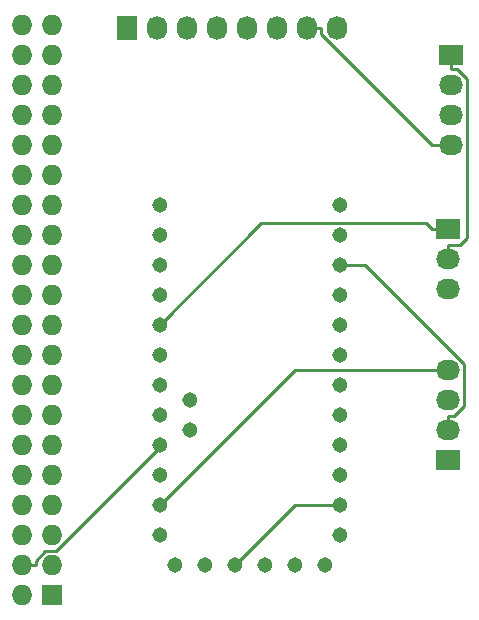
<source format=gbr>
G04 #@! TF.FileFunction,Copper,L2,Bot,Signal*
%FSLAX46Y46*%
G04 Gerber Fmt 4.6, Leading zero omitted, Abs format (unit mm)*
G04 Created by KiCad (PCBNEW 4.0.2-2.fc24-product) date Thu 11 Aug 2016 11:34:58 NZST*
%MOMM*%
G01*
G04 APERTURE LIST*
%ADD10C,0.100000*%
%ADD11R,2.032000X1.727200*%
%ADD12O,2.032000X1.727200*%
%ADD13R,1.727200X1.727200*%
%ADD14O,1.727200X1.727200*%
%ADD15R,1.727200X2.032000*%
%ADD16O,1.727200X2.032000*%
%ADD17C,1.305560*%
%ADD18C,0.250000*%
G04 APERTURE END LIST*
D10*
D11*
X133096000Y-97028000D03*
D12*
X133096000Y-99568000D03*
X133096000Y-102108000D03*
D11*
X133096000Y-116586000D03*
D12*
X133096000Y-114046000D03*
X133096000Y-111506000D03*
X133096000Y-108966000D03*
D11*
X133350000Y-82296000D03*
D12*
X133350000Y-84836000D03*
X133350000Y-87376000D03*
X133350000Y-89916000D03*
D13*
X99568000Y-128016000D03*
D14*
X97028000Y-128016000D03*
X99568000Y-125476000D03*
X97028000Y-125476000D03*
X99568000Y-122936000D03*
X97028000Y-122936000D03*
X99568000Y-120396000D03*
X97028000Y-120396000D03*
X99568000Y-117856000D03*
X97028000Y-117856000D03*
X99568000Y-115316000D03*
X97028000Y-115316000D03*
X99568000Y-112776000D03*
X97028000Y-112776000D03*
X99568000Y-110236000D03*
X97028000Y-110236000D03*
X99568000Y-107696000D03*
X97028000Y-107696000D03*
X99568000Y-105156000D03*
X97028000Y-105156000D03*
X99568000Y-102616000D03*
X97028000Y-102616000D03*
X99568000Y-100076000D03*
X97028000Y-100076000D03*
X99568000Y-97536000D03*
X97028000Y-97536000D03*
X99568000Y-94996000D03*
X97028000Y-94996000D03*
X99568000Y-92456000D03*
X97028000Y-92456000D03*
X99568000Y-89916000D03*
X97028000Y-89916000D03*
X99568000Y-87376000D03*
X97028000Y-87376000D03*
X99568000Y-84836000D03*
X97028000Y-84836000D03*
X99568000Y-82296000D03*
X97028000Y-82296000D03*
X99568000Y-79756000D03*
X97028000Y-79756000D03*
D15*
X105918000Y-80010000D03*
D16*
X108458000Y-80010000D03*
X110998000Y-80010000D03*
X113538000Y-80010000D03*
X116078000Y-80010000D03*
X118618000Y-80010000D03*
X121158000Y-80010000D03*
X123698000Y-80010000D03*
D17*
X108712000Y-105156000D03*
X108712000Y-107696000D03*
X108712000Y-110236000D03*
X108712000Y-112776000D03*
X111252000Y-111506000D03*
X111252000Y-114046000D03*
X122682000Y-125476000D03*
X123952000Y-112776000D03*
X123952000Y-110236000D03*
X123952000Y-107696000D03*
X123952000Y-105156000D03*
X123952000Y-102616000D03*
X123952000Y-100076000D03*
X123952000Y-97536000D03*
X123952000Y-94996000D03*
X108712000Y-94996000D03*
X108712000Y-97536000D03*
X108712000Y-100076000D03*
X108712000Y-102616000D03*
X108712000Y-120396000D03*
X123952000Y-115316000D03*
X120142000Y-125476000D03*
X109982000Y-125476000D03*
X108712000Y-122936000D03*
X108712000Y-117856000D03*
X123952000Y-117856000D03*
X123952000Y-120396000D03*
X115062000Y-125476000D03*
X123952000Y-122936000D03*
X112522000Y-125476000D03*
X108712000Y-115316000D03*
X117602000Y-125476000D03*
D18*
X117316000Y-96551700D02*
X108712000Y-105156000D01*
X131278000Y-96551700D02*
X117316000Y-96551700D01*
X131755000Y-97028000D02*
X131278000Y-96551700D01*
X133096000Y-97028000D02*
X131755000Y-97028000D01*
X126097000Y-100076000D02*
X123952000Y-100076000D01*
X134447000Y-108426000D02*
X126097000Y-100076000D01*
X134447000Y-112026000D02*
X134447000Y-108426000D01*
X133616000Y-112857000D02*
X134447000Y-112026000D01*
X133096000Y-112857000D02*
X133616000Y-112857000D01*
X133096000Y-114046000D02*
X133096000Y-112857000D01*
X131733000Y-89916000D02*
X133350000Y-89916000D01*
X122347000Y-80530100D02*
X131733000Y-89916000D01*
X122347000Y-80010000D02*
X122347000Y-80530100D01*
X121158000Y-80010000D02*
X122347000Y-80010000D01*
X120142000Y-108966000D02*
X133096000Y-108966000D01*
X108712000Y-120396000D02*
X120142000Y-108966000D01*
X133096000Y-98379100D02*
X133096000Y-99568000D01*
X134136000Y-98379100D02*
X133096000Y-98379100D01*
X134701000Y-97814400D02*
X134136000Y-98379100D01*
X134701000Y-84315800D02*
X134701000Y-97814400D01*
X133870000Y-83484900D02*
X134701000Y-84315800D01*
X133350000Y-83484900D02*
X133870000Y-83484900D01*
X133350000Y-82296000D02*
X133350000Y-83484900D01*
X108712000Y-115500000D02*
X108712000Y-115316000D01*
X99925000Y-124287000D02*
X108712000Y-115500000D01*
X99034200Y-124287000D02*
X99925000Y-124287000D01*
X98216900Y-125104000D02*
X99034200Y-124287000D01*
X98216900Y-125476000D02*
X98216900Y-125104000D01*
X97028000Y-125476000D02*
X98216900Y-125476000D01*
X120142000Y-120396000D02*
X123952000Y-120396000D01*
X115062000Y-125476000D02*
X120142000Y-120396000D01*
M02*

</source>
